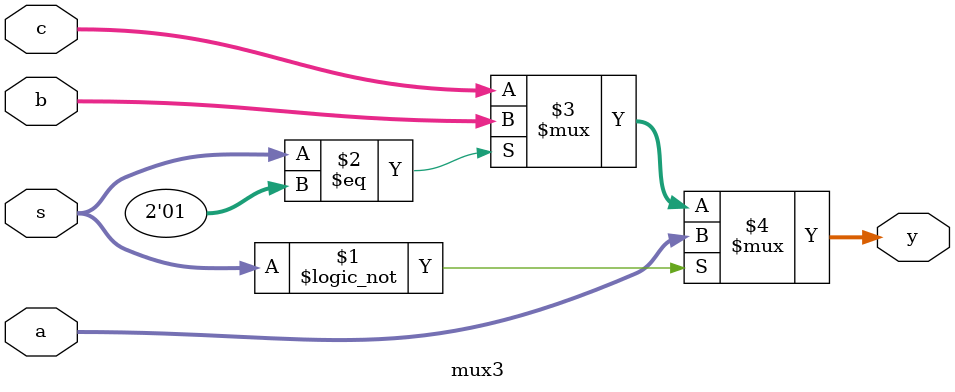
<source format=v>
`timescale 1ns / 1ps


module mux3 #(parameter N=32) (
    input wire [N-1:0] a,
    input wire [N-1:0] b,
    input wire [N-1:0] c,
    input wire [1:0] s,
    output wire [N-1:0] y
    );
    assign y = (s == 0 ? a : (s == 1 ? b : c));
endmodule


</source>
